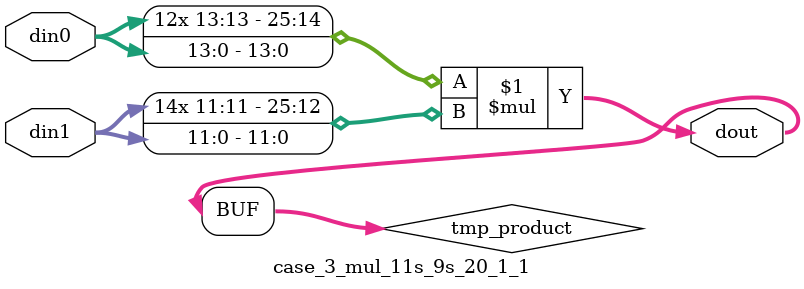
<source format=v>

`timescale 1 ns / 1 ps

 (* use_dsp = "no" *)  module case_3_mul_11s_9s_20_1_1(din0, din1, dout);
parameter ID = 1;
parameter NUM_STAGE = 0;
parameter din0_WIDTH = 14;
parameter din1_WIDTH = 12;
parameter dout_WIDTH = 26;

input [din0_WIDTH - 1 : 0] din0; 
input [din1_WIDTH - 1 : 0] din1; 
output [dout_WIDTH - 1 : 0] dout;

wire signed [dout_WIDTH - 1 : 0] tmp_product;



























assign tmp_product = $signed(din0) * $signed(din1);








assign dout = tmp_product;





















endmodule

</source>
